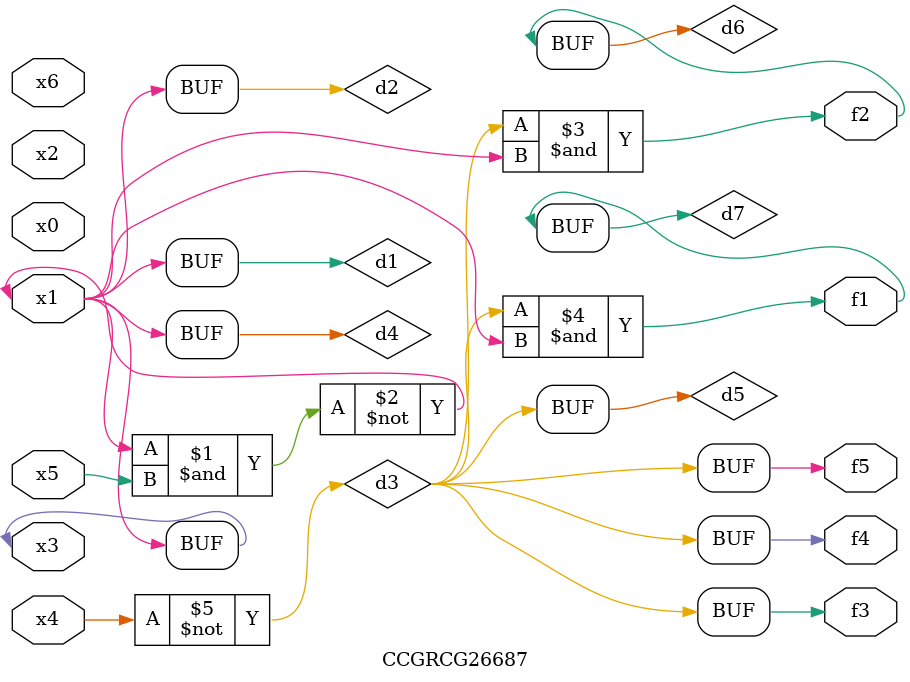
<source format=v>
module CCGRCG26687(
	input x0, x1, x2, x3, x4, x5, x6,
	output f1, f2, f3, f4, f5
);

	wire d1, d2, d3, d4, d5, d6, d7;

	buf (d1, x1, x3);
	nand (d2, x1, x5);
	not (d3, x4);
	buf (d4, d1, d2);
	buf (d5, d3);
	and (d6, d3, d4);
	and (d7, d3, d4);
	assign f1 = d7;
	assign f2 = d6;
	assign f3 = d5;
	assign f4 = d5;
	assign f5 = d5;
endmodule

</source>
